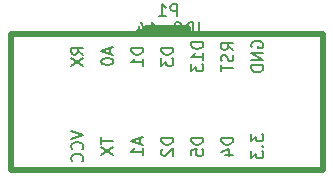
<source format=gbr>
G04 (created by PCBNEW (2013-may-18)-stable) date Вт 27 окт 2015 07:26:31*
%MOIN*%
G04 Gerber Fmt 3.4, Leading zero omitted, Abs format*
%FSLAX34Y34*%
G01*
G70*
G90*
G04 APERTURE LIST*
%ADD10C,0.00590551*%
%ADD11C,0.019685*%
G04 APERTURE END LIST*
G54D10*
G54D11*
X52455Y-45053D02*
X51038Y-45053D01*
X52455Y-45053D02*
X52455Y-45250D01*
X46550Y-45250D02*
X56943Y-45250D01*
X56943Y-45250D02*
X56943Y-49777D01*
X56943Y-49777D02*
X46550Y-49777D01*
X46550Y-49777D02*
X46550Y-45250D01*
G54D10*
X52090Y-44659D02*
X52090Y-44265D01*
X51940Y-44265D01*
X51903Y-44284D01*
X51884Y-44303D01*
X51865Y-44340D01*
X51865Y-44396D01*
X51884Y-44434D01*
X51903Y-44453D01*
X51940Y-44471D01*
X52090Y-44471D01*
X51490Y-44659D02*
X51715Y-44659D01*
X51603Y-44659D02*
X51603Y-44265D01*
X51640Y-44321D01*
X51678Y-44359D01*
X51715Y-44378D01*
X52812Y-45259D02*
X52812Y-44865D01*
X52624Y-45259D02*
X52624Y-44865D01*
X52531Y-44865D01*
X52474Y-44884D01*
X52437Y-44921D01*
X52418Y-44959D01*
X52399Y-45034D01*
X52399Y-45090D01*
X52418Y-45165D01*
X52437Y-45203D01*
X52474Y-45240D01*
X52531Y-45259D01*
X52624Y-45259D01*
X52006Y-45221D02*
X52024Y-45240D01*
X52081Y-45259D01*
X52118Y-45259D01*
X52174Y-45240D01*
X52212Y-45203D01*
X52231Y-45165D01*
X52249Y-45090D01*
X52249Y-45034D01*
X52231Y-44959D01*
X52212Y-44921D01*
X52174Y-44884D01*
X52118Y-44865D01*
X52081Y-44865D01*
X52024Y-44884D01*
X52006Y-44903D01*
X51837Y-45109D02*
X51537Y-45109D01*
X51143Y-45259D02*
X51368Y-45259D01*
X51256Y-45259D02*
X51256Y-44865D01*
X51293Y-44921D01*
X51331Y-44959D01*
X51368Y-44978D01*
X50806Y-44996D02*
X50806Y-45259D01*
X50900Y-44846D02*
X50993Y-45128D01*
X50750Y-45128D01*
X54584Y-45700D02*
X54565Y-45662D01*
X54565Y-45606D01*
X54584Y-45550D01*
X54621Y-45512D01*
X54659Y-45493D01*
X54734Y-45475D01*
X54790Y-45475D01*
X54865Y-45493D01*
X54903Y-45512D01*
X54940Y-45550D01*
X54959Y-45606D01*
X54959Y-45643D01*
X54940Y-45700D01*
X54921Y-45718D01*
X54790Y-45718D01*
X54790Y-45643D01*
X54959Y-45887D02*
X54565Y-45887D01*
X54959Y-46112D01*
X54565Y-46112D01*
X54959Y-46299D02*
X54565Y-46299D01*
X54565Y-46393D01*
X54584Y-46449D01*
X54621Y-46487D01*
X54659Y-46506D01*
X54734Y-46524D01*
X54790Y-46524D01*
X54865Y-46506D01*
X54903Y-46487D01*
X54940Y-46449D01*
X54959Y-46393D01*
X54959Y-46299D01*
X54565Y-48587D02*
X54565Y-48831D01*
X54715Y-48700D01*
X54715Y-48756D01*
X54734Y-48793D01*
X54753Y-48812D01*
X54790Y-48831D01*
X54884Y-48831D01*
X54921Y-48812D01*
X54940Y-48793D01*
X54959Y-48756D01*
X54959Y-48643D01*
X54940Y-48606D01*
X54921Y-48587D01*
X54921Y-49000D02*
X54940Y-49018D01*
X54959Y-49000D01*
X54940Y-48981D01*
X54921Y-49000D01*
X54959Y-49000D01*
X54565Y-49149D02*
X54565Y-49393D01*
X54715Y-49262D01*
X54715Y-49318D01*
X54734Y-49356D01*
X54753Y-49374D01*
X54790Y-49393D01*
X54884Y-49393D01*
X54921Y-49374D01*
X54940Y-49356D01*
X54959Y-49318D01*
X54959Y-49206D01*
X54940Y-49168D01*
X54921Y-49149D01*
X53959Y-45784D02*
X53771Y-45653D01*
X53959Y-45559D02*
X53565Y-45559D01*
X53565Y-45709D01*
X53584Y-45746D01*
X53603Y-45765D01*
X53640Y-45784D01*
X53696Y-45784D01*
X53734Y-45765D01*
X53753Y-45746D01*
X53771Y-45709D01*
X53771Y-45559D01*
X53940Y-45934D02*
X53959Y-45990D01*
X53959Y-46084D01*
X53940Y-46121D01*
X53921Y-46140D01*
X53884Y-46159D01*
X53846Y-46159D01*
X53809Y-46140D01*
X53790Y-46121D01*
X53771Y-46084D01*
X53753Y-46009D01*
X53734Y-45971D01*
X53715Y-45953D01*
X53678Y-45934D01*
X53640Y-45934D01*
X53603Y-45953D01*
X53584Y-45971D01*
X53565Y-46009D01*
X53565Y-46103D01*
X53584Y-46159D01*
X53565Y-46271D02*
X53565Y-46496D01*
X53959Y-46384D02*
X53565Y-46384D01*
X53959Y-48709D02*
X53565Y-48709D01*
X53565Y-48803D01*
X53584Y-48859D01*
X53621Y-48896D01*
X53659Y-48915D01*
X53734Y-48934D01*
X53790Y-48934D01*
X53865Y-48915D01*
X53903Y-48896D01*
X53940Y-48859D01*
X53959Y-48803D01*
X53959Y-48709D01*
X53696Y-49271D02*
X53959Y-49271D01*
X53546Y-49178D02*
X53828Y-49084D01*
X53828Y-49328D01*
X52959Y-45521D02*
X52565Y-45521D01*
X52565Y-45615D01*
X52584Y-45671D01*
X52621Y-45709D01*
X52659Y-45728D01*
X52734Y-45746D01*
X52790Y-45746D01*
X52865Y-45728D01*
X52903Y-45709D01*
X52940Y-45671D01*
X52959Y-45615D01*
X52959Y-45521D01*
X52959Y-46121D02*
X52959Y-45896D01*
X52959Y-46009D02*
X52565Y-46009D01*
X52621Y-45971D01*
X52659Y-45934D01*
X52678Y-45896D01*
X52565Y-46253D02*
X52565Y-46496D01*
X52715Y-46365D01*
X52715Y-46421D01*
X52734Y-46459D01*
X52753Y-46478D01*
X52790Y-46496D01*
X52884Y-46496D01*
X52921Y-46478D01*
X52940Y-46459D01*
X52959Y-46421D01*
X52959Y-46309D01*
X52940Y-46271D01*
X52921Y-46253D01*
X52959Y-48709D02*
X52565Y-48709D01*
X52565Y-48803D01*
X52584Y-48859D01*
X52621Y-48896D01*
X52659Y-48915D01*
X52734Y-48934D01*
X52790Y-48934D01*
X52865Y-48915D01*
X52903Y-48896D01*
X52940Y-48859D01*
X52959Y-48803D01*
X52959Y-48709D01*
X52565Y-49290D02*
X52565Y-49103D01*
X52753Y-49084D01*
X52734Y-49103D01*
X52715Y-49140D01*
X52715Y-49234D01*
X52734Y-49271D01*
X52753Y-49290D01*
X52790Y-49309D01*
X52884Y-49309D01*
X52921Y-49290D01*
X52940Y-49271D01*
X52959Y-49234D01*
X52959Y-49140D01*
X52940Y-49103D01*
X52921Y-49084D01*
X51959Y-48709D02*
X51565Y-48709D01*
X51565Y-48803D01*
X51584Y-48859D01*
X51621Y-48896D01*
X51659Y-48915D01*
X51734Y-48934D01*
X51790Y-48934D01*
X51865Y-48915D01*
X51903Y-48896D01*
X51940Y-48859D01*
X51959Y-48803D01*
X51959Y-48709D01*
X51603Y-49084D02*
X51584Y-49103D01*
X51565Y-49140D01*
X51565Y-49234D01*
X51584Y-49271D01*
X51603Y-49290D01*
X51640Y-49309D01*
X51678Y-49309D01*
X51734Y-49290D01*
X51959Y-49065D01*
X51959Y-49309D01*
X51959Y-45709D02*
X51565Y-45709D01*
X51565Y-45803D01*
X51584Y-45859D01*
X51621Y-45896D01*
X51659Y-45915D01*
X51734Y-45934D01*
X51790Y-45934D01*
X51865Y-45915D01*
X51903Y-45896D01*
X51940Y-45859D01*
X51959Y-45803D01*
X51959Y-45709D01*
X51565Y-46065D02*
X51565Y-46309D01*
X51715Y-46178D01*
X51715Y-46234D01*
X51734Y-46271D01*
X51753Y-46290D01*
X51790Y-46309D01*
X51884Y-46309D01*
X51921Y-46290D01*
X51940Y-46271D01*
X51959Y-46234D01*
X51959Y-46121D01*
X51940Y-46084D01*
X51921Y-46065D01*
X50846Y-48718D02*
X50846Y-48906D01*
X50959Y-48681D02*
X50565Y-48812D01*
X50959Y-48943D01*
X50959Y-49281D02*
X50959Y-49056D01*
X50959Y-49168D02*
X50565Y-49168D01*
X50621Y-49131D01*
X50659Y-49093D01*
X50678Y-49056D01*
X50959Y-45709D02*
X50565Y-45709D01*
X50565Y-45803D01*
X50584Y-45859D01*
X50621Y-45896D01*
X50659Y-45915D01*
X50734Y-45934D01*
X50790Y-45934D01*
X50865Y-45915D01*
X50903Y-45896D01*
X50940Y-45859D01*
X50959Y-45803D01*
X50959Y-45709D01*
X50959Y-46309D02*
X50959Y-46084D01*
X50959Y-46196D02*
X50565Y-46196D01*
X50621Y-46159D01*
X50659Y-46121D01*
X50678Y-46084D01*
X49846Y-45718D02*
X49846Y-45906D01*
X49959Y-45681D02*
X49565Y-45812D01*
X49959Y-45943D01*
X49565Y-46149D02*
X49565Y-46187D01*
X49584Y-46224D01*
X49603Y-46243D01*
X49640Y-46262D01*
X49715Y-46281D01*
X49809Y-46281D01*
X49884Y-46262D01*
X49921Y-46243D01*
X49940Y-46224D01*
X49959Y-46187D01*
X49959Y-46149D01*
X49940Y-46112D01*
X49921Y-46093D01*
X49884Y-46074D01*
X49809Y-46056D01*
X49715Y-46056D01*
X49640Y-46074D01*
X49603Y-46093D01*
X49584Y-46112D01*
X49565Y-46149D01*
X48959Y-45934D02*
X48771Y-45803D01*
X48959Y-45709D02*
X48565Y-45709D01*
X48565Y-45859D01*
X48584Y-45896D01*
X48603Y-45915D01*
X48640Y-45934D01*
X48696Y-45934D01*
X48734Y-45915D01*
X48753Y-45896D01*
X48771Y-45859D01*
X48771Y-45709D01*
X48565Y-46065D02*
X48959Y-46328D01*
X48565Y-46328D02*
X48959Y-46065D01*
X49565Y-48700D02*
X49565Y-48925D01*
X49959Y-48812D02*
X49565Y-48812D01*
X49565Y-49018D02*
X49959Y-49281D01*
X49565Y-49281D02*
X49959Y-49018D01*
X48565Y-48475D02*
X48959Y-48606D01*
X48565Y-48737D01*
X48921Y-49093D02*
X48940Y-49074D01*
X48959Y-49018D01*
X48959Y-48981D01*
X48940Y-48925D01*
X48903Y-48887D01*
X48865Y-48868D01*
X48790Y-48850D01*
X48734Y-48850D01*
X48659Y-48868D01*
X48621Y-48887D01*
X48584Y-48925D01*
X48565Y-48981D01*
X48565Y-49018D01*
X48584Y-49074D01*
X48603Y-49093D01*
X48921Y-49487D02*
X48940Y-49468D01*
X48959Y-49412D01*
X48959Y-49374D01*
X48940Y-49318D01*
X48903Y-49281D01*
X48865Y-49262D01*
X48790Y-49243D01*
X48734Y-49243D01*
X48659Y-49262D01*
X48621Y-49281D01*
X48584Y-49318D01*
X48565Y-49374D01*
X48565Y-49412D01*
X48584Y-49468D01*
X48603Y-49487D01*
M02*

</source>
